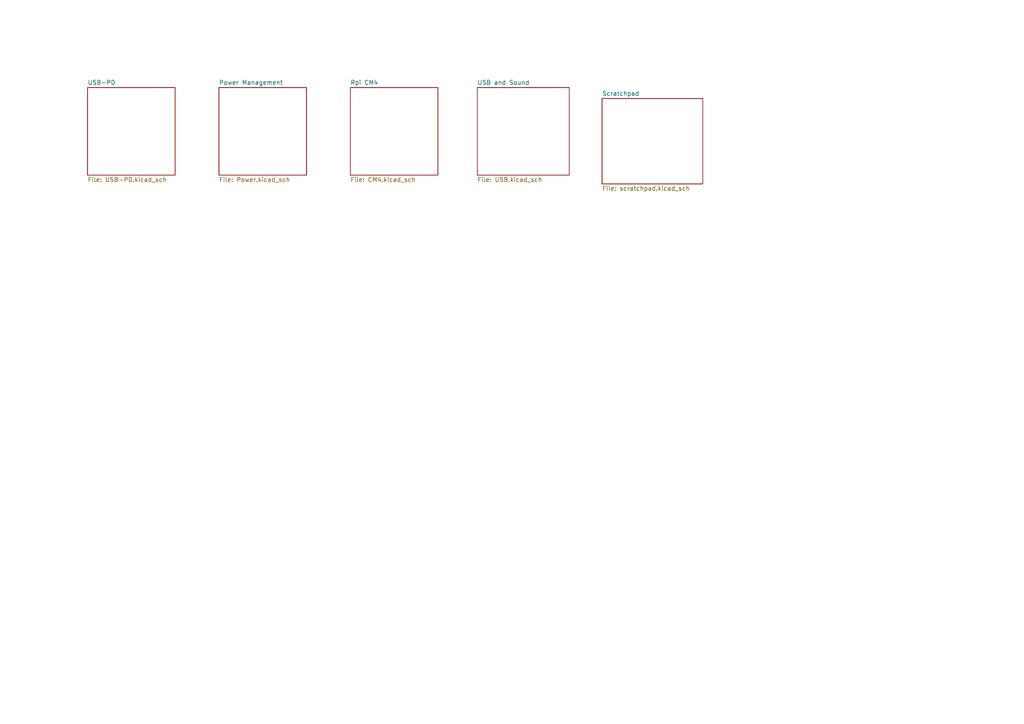
<source format=kicad_sch>
(kicad_sch
	(version 20231120)
	(generator "eeschema")
	(generator_version "8.0")
	(uuid "575f0352-8ef6-4826-828f-963dc5b19195")
	(paper "A4")
	(title_block
		(rev "P1")
	)
	(lib_symbols)
	(sheet
		(at 174.625 28.575)
		(size 29.21 24.765)
		(fields_autoplaced yes)
		(stroke
			(width 0.1524)
			(type solid)
		)
		(fill
			(color 0 0 0 0.0000)
		)
		(uuid "49b1e45a-6d33-4d53-97f8-2f9ee766a5c5")
		(property "Sheetname" "Scratchpad"
			(at 174.625 27.8634 0)
			(effects
				(font
					(size 1.27 1.27)
				)
				(justify left bottom)
			)
		)
		(property "Sheetfile" "scratchpad.kicad_sch"
			(at 174.625 53.9246 0)
			(effects
				(font
					(size 1.27 1.27)
				)
				(justify left top)
			)
		)
		(instances
			(project "Gameboy"
				(path "/575f0352-8ef6-4826-828f-963dc5b19195"
					(page "6")
				)
			)
		)
	)
	(sheet
		(at 25.4 25.4)
		(size 25.4 25.4)
		(fields_autoplaced yes)
		(stroke
			(width 0.1524)
			(type solid)
		)
		(fill
			(color 0 0 0 0.0000)
		)
		(uuid "5411611d-061a-45db-809c-8deb0e08f568")
		(property "Sheetname" "USB-PD"
			(at 25.4 24.6884 0)
			(effects
				(font
					(size 1.27 1.27)
				)
				(justify left bottom)
			)
		)
		(property "Sheetfile" "USB-PD.kicad_sch"
			(at 25.4 51.3846 0)
			(effects
				(font
					(size 1.27 1.27)
				)
				(justify left top)
			)
		)
		(instances
			(project "Gameboy"
				(path "/575f0352-8ef6-4826-828f-963dc5b19195"
					(page "2")
				)
			)
		)
	)
	(sheet
		(at 101.6 25.4)
		(size 25.4 25.4)
		(fields_autoplaced yes)
		(stroke
			(width 0.1524)
			(type solid)
		)
		(fill
			(color 0 0 0 0.0000)
		)
		(uuid "5bf16b40-894d-4c8a-9c87-6994ad00b290")
		(property "Sheetname" "Rpi CM4"
			(at 101.6 24.6884 0)
			(effects
				(font
					(size 1.27 1.27)
				)
				(justify left bottom)
			)
		)
		(property "Sheetfile" "CM4.kicad_sch"
			(at 101.6 51.3846 0)
			(effects
				(font
					(size 1.27 1.27)
				)
				(justify left top)
			)
		)
		(instances
			(project "Gameboy"
				(path "/575f0352-8ef6-4826-828f-963dc5b19195"
					(page "4")
				)
			)
		)
	)
	(sheet
		(at 138.43 25.4)
		(size 26.67 25.4)
		(fields_autoplaced yes)
		(stroke
			(width 0.1524)
			(type solid)
		)
		(fill
			(color 0 0 0 0.0000)
		)
		(uuid "bedfdbb2-55b2-4de6-a1f5-64c51732125a")
		(property "Sheetname" "USB and Sound"
			(at 138.43 24.6884 0)
			(effects
				(font
					(size 1.27 1.27)
				)
				(justify left bottom)
			)
		)
		(property "Sheetfile" "USB.kicad_sch"
			(at 138.43 51.3846 0)
			(effects
				(font
					(size 1.27 1.27)
				)
				(justify left top)
			)
		)
		(instances
			(project "Gameboy"
				(path "/575f0352-8ef6-4826-828f-963dc5b19195"
					(page "5")
				)
			)
		)
	)
	(sheet
		(at 63.5 25.4)
		(size 25.4 25.4)
		(fields_autoplaced yes)
		(stroke
			(width 0.1524)
			(type solid)
		)
		(fill
			(color 0 0 0 0.0000)
		)
		(uuid "fda06078-0a94-4e9a-bf3f-1023a13d29be")
		(property "Sheetname" "Power Management"
			(at 63.5 24.6884 0)
			(effects
				(font
					(size 1.27 1.27)
				)
				(justify left bottom)
			)
		)
		(property "Sheetfile" "Power.kicad_sch"
			(at 63.5 51.3846 0)
			(effects
				(font
					(size 1.27 1.27)
				)
				(justify left top)
			)
		)
		(instances
			(project "Gameboy"
				(path "/575f0352-8ef6-4826-828f-963dc5b19195"
					(page "3")
				)
			)
		)
	)
	(sheet_instances
		(path "/"
			(page "1")
		)
	)
)

</source>
